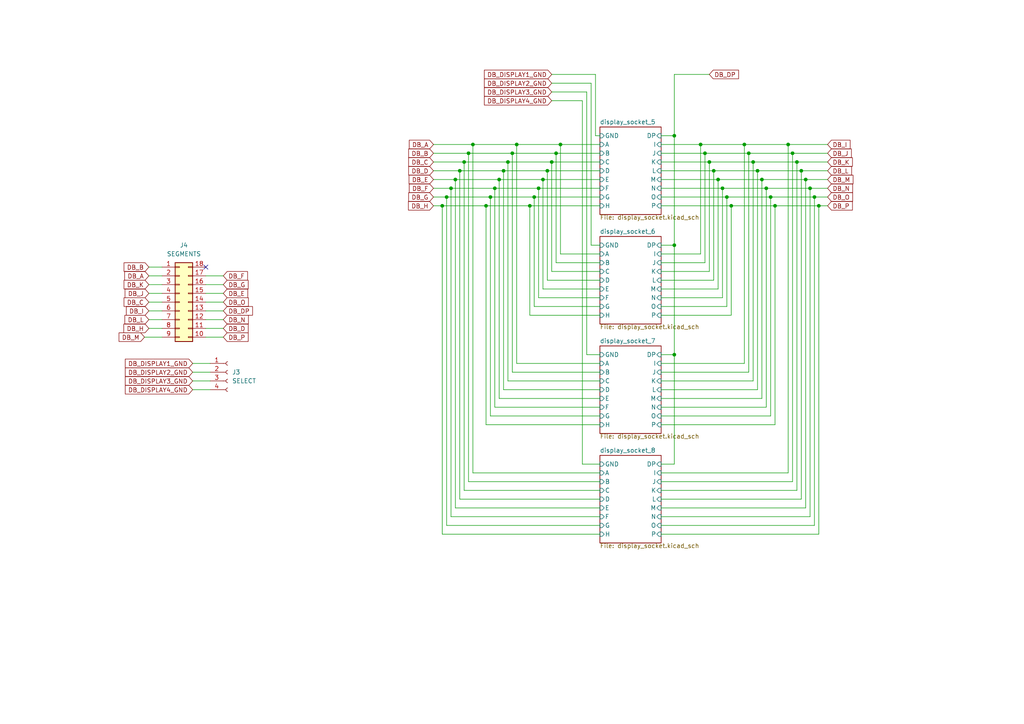
<source format=kicad_sch>
(kicad_sch (version 20230121) (generator eeschema)
  (paper "A4")
  (lib_symbols
    (symbol "Connector:Conn_01x04_Socket" (pin_names (offset 1.016) hide)
      (property "Reference" "J" (at 0 5.08 0))
      (property "Value" "Conn_01x04_Socket" (at 0 -7.62 0))
      (symbol "Conn_01x04_Socket_1_1"
        (arc (start 0 -4.572) (mid -0.5058 -5.08) (end 0 -5.588) (stroke (width 0.1524)))
        (arc (start 0 -2.032) (mid -0.5058 -2.54) (end 0 -3.048) (stroke (width 0.1524)))
        (polyline (pts (xy -1.27 -5.08) (xy -0.508 -5.08)) (stroke (width 0.1524)))
        (polyline (pts (xy -1.27 -2.54) (xy -0.508 -2.54)) (stroke (width 0.1524)))
        (polyline (pts (xy -1.27 0) (xy -0.508 0)) (stroke (width 0.1524)))
        (polyline (pts (xy -1.27 2.54) (xy -0.508 2.54)) (stroke (width 0.1524)))
        (arc (start 0 0.508) (mid -0.5058 0) (end 0 -0.508) (stroke (width 0.1524)))
        (arc (start 0 3.048) (mid -0.5058 2.54) (end 0 2.032) (stroke (width 0.1524)))
        (pin passive line (at -5.08 2.54 0) (length 3.81) (name "Pin_1") (number "1"))
        (pin passive line (at -5.08 0 0) (length 3.81) (name "Pin_2") (number "2"))
        (pin passive line (at -5.08 -2.54 0) (length 3.81) (name "Pin_3") (number "3"))
        (pin passive line (at -5.08 -5.08 0) (length 3.81) (name "Pin_4") (number "4"))
      )
    )
    (symbol "Connector_Generic:Conn_02x09_Counter_Clockwise" (pin_names (offset 1.016) hide)
      (property "Reference" "J" (at 1.27 12.7 0))
      (property "Value" "Conn_02x09_Counter_Clockwise" (at 1.27 -12.7 0))
      (symbol "Conn_02x09_Counter_Clockwise_1_1"
        (rectangle (start -1.27 -10.033) (end 0 -10.287) (stroke (width 0.1524)))
        (rectangle (start -1.27 -7.493) (end 0 -7.747) (stroke (width 0.1524)))
        (rectangle (start -1.27 -4.953) (end 0 -5.207) (stroke (width 0.1524)))
        (rectangle (start -1.27 -2.413) (end 0 -2.667) (stroke (width 0.1524)))
        (rectangle (start -1.27 0.127) (end 0 -0.127) (stroke (width 0.1524)))
        (rectangle (start -1.27 2.667) (end 0 2.413) (stroke (width 0.1524)))
        (rectangle (start -1.27 5.207) (end 0 4.953) (stroke (width 0.1524)))
        (rectangle (start -1.27 7.747) (end 0 7.493) (stroke (width 0.1524)))
        (rectangle (start -1.27 10.287) (end 0 10.033) (stroke (width 0.1524)))
        (rectangle (start -1.27 11.43) (end 3.81 -11.43) (stroke (width 0.254)) (fill (type background)))
        (rectangle (start 3.81 -10.033) (end 2.54 -10.287) (stroke (width 0.1524)))
        (rectangle (start 3.81 -7.493) (end 2.54 -7.747) (stroke (width 0.1524)))
        (rectangle (start 3.81 -4.953) (end 2.54 -5.207) (stroke (width 0.1524)))
        (rectangle (start 3.81 -2.413) (end 2.54 -2.667) (stroke (width 0.1524)))
        (rectangle (start 3.81 0.127) (end 2.54 -0.127) (stroke (width 0.1524)))
        (rectangle (start 3.81 2.667) (end 2.54 2.413) (stroke (width 0.1524)))
        (rectangle (start 3.81 5.207) (end 2.54 4.953) (stroke (width 0.1524)))
        (rectangle (start 3.81 7.747) (end 2.54 7.493) (stroke (width 0.1524)))
        (rectangle (start 3.81 10.287) (end 2.54 10.033) (stroke (width 0.1524)))
        (pin passive line (at -5.08 10.16 0) (length 3.81) (name "Pin_1") (number "1"))
        (pin passive line (at 7.62 -10.16 180) (length 3.81) (name "Pin_10") (number "10"))
        (pin passive line (at 7.62 -7.62 180) (length 3.81) (name "Pin_11") (number "11"))
        (pin passive line (at 7.62 -5.08 180) (length 3.81) (name "Pin_12") (number "12"))
        (pin passive line (at 7.62 -2.54 180) (length 3.81) (name "Pin_13") (number "13"))
        (pin passive line (at 7.62 0 180) (length 3.81) (name "Pin_14") (number "14"))
        (pin passive line (at 7.62 2.54 180) (length 3.81) (name "Pin_15") (number "15"))
        (pin passive line (at 7.62 5.08 180) (length 3.81) (name "Pin_16") (number "16"))
        (pin passive line (at 7.62 7.62 180) (length 3.81) (name "Pin_17") (number "17"))
        (pin passive line (at 7.62 10.16 180) (length 3.81) (name "Pin_18") (number "18"))
        (pin passive line (at -5.08 7.62 0) (length 3.81) (name "Pin_2") (number "2"))
        (pin passive line (at -5.08 5.08 0) (length 3.81) (name "Pin_3") (number "3"))
        (pin passive line (at -5.08 2.54 0) (length 3.81) (name "Pin_4") (number "4"))
        (pin passive line (at -5.08 0 0) (length 3.81) (name "Pin_5") (number "5"))
        (pin passive line (at -5.08 -2.54 0) (length 3.81) (name "Pin_6") (number "6"))
        (pin passive line (at -5.08 -5.08 0) (length 3.81) (name "Pin_7") (number "7"))
        (pin passive line (at -5.08 -7.62 0) (length 3.81) (name "Pin_8") (number "8"))
        (pin passive line (at -5.08 -10.16 0) (length 3.81) (name "Pin_9") (number "9"))
      )
    )
  )
  (junction (at 231.14 46.99))
  (junction (at 224.79 59.69))
  (junction (at 223.52 57.15))
  (junction (at 129.54 57.15))
  (junction (at 149.86 41.91))
  (junction (at 209.55 54.61))
  (junction (at 204.47 44.45))
  (junction (at 215.9 41.91))
  (junction (at 144.78 52.07))
  (junction (at 153.67 59.69))
  (junction (at 134.62 46.99))
  (junction (at 160.02 46.99))
  (junction (at 207.01 49.53))
  (junction (at 195.58 71.12))
  (junction (at 130.81 54.61))
  (junction (at 234.95 54.61))
  (junction (at 219.71 49.53))
  (junction (at 158.75 49.53))
  (junction (at 233.68 52.07))
  (junction (at 157.48 52.07))
  (junction (at 195.58 102.87))
  (junction (at 156.21 54.61))
  (junction (at 133.35 49.53))
  (junction (at 154.94 57.15))
  (junction (at 228.6 41.91))
  (junction (at 232.41 49.53))
  (junction (at 132.08 52.07))
  (junction (at 143.51 54.61))
  (junction (at 146.05 49.53))
  (junction (at 148.59 44.45))
  (junction (at 222.25 54.61))
  (junction (at 218.44 46.99))
  (junction (at 236.22 57.15))
  (junction (at 212.09 59.69))
  (junction (at 203.2 41.91))
  (junction (at 220.98 52.07))
  (junction (at 140.97 59.69))
  (junction (at 229.87 44.45))
  (junction (at 147.32 46.99))
  (junction (at 208.28 52.07))
  (junction (at 237.49 59.69))
  (junction (at 195.58 39.37))
  (junction (at 128.27 59.69))
  (junction (at 135.89 44.45))
  (junction (at 161.29 44.45))
  (junction (at 217.17 44.45))
  (junction (at 142.24 57.15))
  (junction (at 210.82 57.15))
  (junction (at 162.56 41.91))
  (junction (at 205.74 46.99))
  (junction (at 137.16 41.91))
  (no_connect (at 59.69 77.47))
  (wire (pts (xy 220.98 115.57) (xy 220.98 52.07)))
  (wire (pts (xy 237.49 59.69) (xy 240.03 59.69)))
  (wire (pts (xy 43.18 85.09) (xy 46.99 85.09)))
  (wire (pts (xy 154.94 88.9) (xy 173.99 88.9)))
  (wire (pts (xy 191.77 110.49) (xy 218.44 110.49)))
  (wire (pts (xy 219.71 113.03) (xy 219.71 49.53)))
  (wire (pts (xy 148.59 107.95) (xy 148.59 44.45)))
  (wire (pts (xy 195.58 134.62) (xy 195.58 102.87)))
  (wire (pts (xy 191.77 139.7) (xy 229.87 139.7)))
  (wire (pts (xy 171.45 71.12) (xy 173.99 71.12)))
  (wire (pts (xy 195.58 102.87) (xy 195.58 71.12)))
  (wire (pts (xy 43.18 87.63) (xy 46.99 87.63)))
  (wire (pts (xy 157.48 52.07) (xy 173.99 52.07)))
  (wire (pts (xy 191.77 52.07) (xy 208.28 52.07)))
  (wire (pts (xy 128.27 59.69) (xy 140.97 59.69)))
  (wire (pts (xy 191.77 134.62) (xy 195.58 134.62)))
  (wire (pts (xy 153.67 91.44) (xy 153.67 59.69)))
  (wire (pts (xy 133.35 144.78) (xy 133.35 49.53)))
  (wire (pts (xy 140.97 123.19) (xy 173.99 123.19)))
  (wire (pts (xy 191.77 54.61) (xy 209.55 54.61)))
  (wire (pts (xy 125.73 54.61) (xy 130.81 54.61)))
  (wire (pts (xy 171.45 24.13) (xy 171.45 71.12)))
  (wire (pts (xy 144.78 115.57) (xy 144.78 52.07)))
  (wire (pts (xy 60.96 105.41) (xy 55.88 105.41)))
  (wire (pts (xy 162.56 73.66) (xy 162.56 41.91)))
  (wire (pts (xy 212.09 91.44) (xy 212.09 59.69)))
  (wire (pts (xy 237.49 154.94) (xy 237.49 59.69)))
  (wire (pts (xy 191.77 149.86) (xy 234.95 149.86)))
  (wire (pts (xy 220.98 52.07) (xy 233.68 52.07)))
  (wire (pts (xy 59.69 95.25) (xy 64.77 95.25)))
  (wire (pts (xy 191.77 73.66) (xy 203.2 73.66)))
  (wire (pts (xy 153.67 59.69) (xy 173.99 59.69)))
  (wire (pts (xy 231.14 46.99) (xy 218.44 46.99)))
  (wire (pts (xy 148.59 107.95) (xy 173.99 107.95)))
  (wire (pts (xy 60.96 110.49) (xy 55.88 110.49)))
  (wire (pts (xy 203.2 73.66) (xy 203.2 41.91)))
  (wire (pts (xy 228.6 137.16) (xy 228.6 41.91)))
  (wire (pts (xy 59.69 80.01) (xy 64.77 80.01)))
  (wire (pts (xy 43.18 80.01) (xy 46.99 80.01)))
  (wire (pts (xy 215.9 41.91) (xy 203.2 41.91)))
  (wire (pts (xy 191.77 137.16) (xy 228.6 137.16)))
  (wire (pts (xy 191.77 78.74) (xy 205.74 78.74)))
  (wire (pts (xy 191.77 49.53) (xy 207.01 49.53)))
  (wire (pts (xy 191.77 59.69) (xy 212.09 59.69)))
  (wire (pts (xy 191.77 76.2) (xy 204.47 76.2)))
  (wire (pts (xy 191.77 44.45) (xy 204.47 44.45)))
  (wire (pts (xy 231.14 46.99) (xy 240.03 46.99)))
  (wire (pts (xy 156.21 86.36) (xy 156.21 54.61)))
  (wire (pts (xy 43.18 92.71) (xy 46.99 92.71)))
  (wire (pts (xy 232.41 144.78) (xy 232.41 49.53)))
  (wire (pts (xy 232.41 49.53) (xy 219.71 49.53)))
  (wire (pts (xy 224.79 123.19) (xy 224.79 59.69)))
  (wire (pts (xy 158.75 49.53) (xy 173.99 49.53)))
  (wire (pts (xy 191.77 71.12) (xy 195.58 71.12)))
  (wire (pts (xy 134.62 46.99) (xy 147.32 46.99)))
  (wire (pts (xy 125.73 57.15) (xy 129.54 57.15)))
  (wire (pts (xy 147.32 46.99) (xy 160.02 46.99)))
  (wire (pts (xy 191.77 88.9) (xy 210.82 88.9)))
  (wire (pts (xy 132.08 147.32) (xy 173.99 147.32)))
  (wire (pts (xy 234.95 54.61) (xy 240.03 54.61)))
  (wire (pts (xy 161.29 76.2) (xy 173.99 76.2)))
  (wire (pts (xy 222.25 118.11) (xy 222.25 54.61)))
  (wire (pts (xy 134.62 142.24) (xy 134.62 46.99)))
  (wire (pts (xy 125.73 59.69) (xy 128.27 59.69)))
  (wire (pts (xy 158.75 81.28) (xy 158.75 49.53)))
  (wire (pts (xy 142.24 57.15) (xy 154.94 57.15)))
  (wire (pts (xy 228.6 41.91) (xy 215.9 41.91)))
  (wire (pts (xy 46.99 97.79) (xy 41.91 97.79)))
  (wire (pts (xy 143.51 54.61) (xy 156.21 54.61)))
  (wire (pts (xy 146.05 113.03) (xy 173.99 113.03)))
  (wire (pts (xy 43.18 95.25) (xy 46.99 95.25)))
  (wire (pts (xy 157.48 83.82) (xy 173.99 83.82)))
  (wire (pts (xy 229.87 44.45) (xy 217.17 44.45)))
  (wire (pts (xy 209.55 86.36) (xy 209.55 54.61)))
  (wire (pts (xy 191.77 46.99) (xy 205.74 46.99)))
  (wire (pts (xy 191.77 118.11) (xy 222.25 118.11)))
  (wire (pts (xy 154.94 88.9) (xy 154.94 57.15)))
  (wire (pts (xy 143.51 118.11) (xy 143.51 54.61)))
  (wire (pts (xy 191.77 86.36) (xy 209.55 86.36)))
  (wire (pts (xy 191.77 123.19) (xy 224.79 123.19)))
  (wire (pts (xy 146.05 113.03) (xy 146.05 49.53)))
  (wire (pts (xy 215.9 105.41) (xy 215.9 41.91)))
  (wire (pts (xy 233.68 52.07) (xy 240.03 52.07)))
  (wire (pts (xy 234.95 54.61) (xy 222.25 54.61)))
  (wire (pts (xy 236.22 57.15) (xy 236.22 152.4)))
  (wire (pts (xy 59.69 92.71) (xy 64.77 92.71)))
  (wire (pts (xy 191.77 107.95) (xy 217.17 107.95)))
  (wire (pts (xy 154.94 57.15) (xy 173.99 57.15)))
  (wire (pts (xy 172.72 21.59) (xy 160.02 21.59)))
  (wire (pts (xy 173.99 39.37) (xy 172.72 39.37)))
  (wire (pts (xy 59.69 97.79) (xy 64.77 97.79)))
  (wire (pts (xy 142.24 120.65) (xy 173.99 120.65)))
  (wire (pts (xy 191.77 105.41) (xy 215.9 105.41)))
  (wire (pts (xy 125.73 46.99) (xy 134.62 46.99)))
  (wire (pts (xy 158.75 81.28) (xy 173.99 81.28)))
  (wire (pts (xy 168.91 29.21) (xy 168.91 134.62)))
  (wire (pts (xy 156.21 54.61) (xy 173.99 54.61)))
  (wire (pts (xy 172.72 39.37) (xy 172.72 21.59)))
  (wire (pts (xy 232.41 49.53) (xy 240.03 49.53)))
  (wire (pts (xy 224.79 59.69) (xy 212.09 59.69)))
  (wire (pts (xy 162.56 41.91) (xy 173.99 41.91)))
  (wire (pts (xy 218.44 46.99) (xy 205.74 46.99)))
  (wire (pts (xy 125.73 41.91) (xy 137.16 41.91)))
  (wire (pts (xy 137.16 41.91) (xy 149.86 41.91)))
  (wire (pts (xy 191.77 142.24) (xy 231.14 142.24)))
  (wire (pts (xy 191.77 83.82) (xy 208.28 83.82)))
  (wire (pts (xy 149.86 41.91) (xy 162.56 41.91)))
  (wire (pts (xy 43.18 77.47) (xy 46.99 77.47)))
  (wire (pts (xy 133.35 144.78) (xy 173.99 144.78)))
  (wire (pts (xy 133.35 49.53) (xy 146.05 49.53)))
  (wire (pts (xy 129.54 152.4) (xy 129.54 57.15)))
  (wire (pts (xy 191.77 102.87) (xy 195.58 102.87)))
  (wire (pts (xy 59.69 85.09) (xy 64.77 85.09)))
  (wire (pts (xy 43.18 90.17) (xy 46.99 90.17)))
  (wire (pts (xy 237.49 59.69) (xy 224.79 59.69)))
  (wire (pts (xy 134.62 142.24) (xy 173.99 142.24)))
  (wire (pts (xy 195.58 39.37) (xy 195.58 21.59)))
  (wire (pts (xy 55.88 113.03) (xy 60.96 113.03)))
  (wire (pts (xy 160.02 46.99) (xy 173.99 46.99)))
  (wire (pts (xy 191.77 115.57) (xy 220.98 115.57)))
  (wire (pts (xy 233.68 52.07) (xy 233.68 147.32)))
  (wire (pts (xy 130.81 54.61) (xy 143.51 54.61)))
  (wire (pts (xy 128.27 154.94) (xy 128.27 59.69)))
  (wire (pts (xy 43.18 82.55) (xy 46.99 82.55)))
  (wire (pts (xy 217.17 44.45) (xy 204.47 44.45)))
  (wire (pts (xy 125.73 44.45) (xy 135.89 44.45)))
  (wire (pts (xy 204.47 44.45) (xy 204.47 76.2)))
  (wire (pts (xy 191.77 144.78) (xy 232.41 144.78)))
  (wire (pts (xy 170.18 26.67) (xy 170.18 102.87)))
  (wire (pts (xy 228.6 41.91) (xy 240.03 41.91)))
  (wire (pts (xy 148.59 44.45) (xy 161.29 44.45)))
  (wire (pts (xy 218.44 110.49) (xy 218.44 46.99)))
  (wire (pts (xy 140.97 59.69) (xy 153.67 59.69)))
  (wire (pts (xy 168.91 134.62) (xy 173.99 134.62)))
  (wire (pts (xy 229.87 139.7) (xy 229.87 44.45)))
  (wire (pts (xy 143.51 118.11) (xy 173.99 118.11)))
  (wire (pts (xy 219.71 49.53) (xy 207.01 49.53)))
  (wire (pts (xy 137.16 137.16) (xy 173.99 137.16)))
  (wire (pts (xy 191.77 39.37) (xy 195.58 39.37)))
  (wire (pts (xy 191.77 120.65) (xy 223.52 120.65)))
  (wire (pts (xy 128.27 154.94) (xy 173.99 154.94)))
  (wire (pts (xy 144.78 115.57) (xy 173.99 115.57)))
  (wire (pts (xy 217.17 107.95) (xy 217.17 44.45)))
  (wire (pts (xy 220.98 52.07) (xy 208.28 52.07)))
  (wire (pts (xy 160.02 26.67) (xy 170.18 26.67)))
  (wire (pts (xy 146.05 49.53) (xy 158.75 49.53)))
  (wire (pts (xy 59.69 90.17) (xy 64.77 90.17)))
  (wire (pts (xy 125.73 52.07) (xy 132.08 52.07)))
  (wire (pts (xy 234.95 149.86) (xy 234.95 54.61)))
  (wire (pts (xy 191.77 57.15) (xy 210.82 57.15)))
  (wire (pts (xy 160.02 24.13) (xy 171.45 24.13)))
  (wire (pts (xy 160.02 78.74) (xy 173.99 78.74)))
  (wire (pts (xy 229.87 44.45) (xy 240.03 44.45)))
  (wire (pts (xy 223.52 120.65) (xy 223.52 57.15)))
  (wire (pts (xy 222.25 54.61) (xy 209.55 54.61)))
  (wire (pts (xy 59.69 82.55) (xy 64.77 82.55)))
  (wire (pts (xy 195.58 71.12) (xy 195.58 39.37)))
  (wire (pts (xy 60.96 107.95) (xy 55.88 107.95)))
  (wire (pts (xy 129.54 57.15) (xy 142.24 57.15)))
  (wire (pts (xy 149.86 105.41) (xy 149.86 41.91)))
  (wire (pts (xy 135.89 139.7) (xy 173.99 139.7)))
  (wire (pts (xy 207.01 81.28) (xy 207.01 49.53)))
  (wire (pts (xy 130.81 149.86) (xy 173.99 149.86)))
  (wire (pts (xy 223.52 57.15) (xy 236.22 57.15)))
  (wire (pts (xy 129.54 152.4) (xy 173.99 152.4)))
  (wire (pts (xy 191.77 152.4) (xy 236.22 152.4)))
  (wire (pts (xy 140.97 123.19) (xy 140.97 59.69)))
  (wire (pts (xy 191.77 113.03) (xy 219.71 113.03)))
  (wire (pts (xy 125.73 49.53) (xy 133.35 49.53)))
  (wire (pts (xy 137.16 137.16) (xy 137.16 41.91)))
  (wire (pts (xy 147.32 110.49) (xy 147.32 46.99)))
  (wire (pts (xy 157.48 83.82) (xy 157.48 52.07)))
  (wire (pts (xy 170.18 102.87) (xy 173.99 102.87)))
  (wire (pts (xy 149.86 105.41) (xy 173.99 105.41)))
  (wire (pts (xy 135.89 44.45) (xy 148.59 44.45)))
  (wire (pts (xy 231.14 142.24) (xy 231.14 46.99)))
  (wire (pts (xy 153.67 91.44) (xy 173.99 91.44)))
  (wire (pts (xy 147.32 110.49) (xy 173.99 110.49)))
  (wire (pts (xy 144.78 52.07) (xy 157.48 52.07)))
  (wire (pts (xy 142.24 120.65) (xy 142.24 57.15)))
  (wire (pts (xy 160.02 29.21) (xy 168.91 29.21)))
  (wire (pts (xy 132.08 52.07) (xy 144.78 52.07)))
  (wire (pts (xy 223.52 57.15) (xy 210.82 57.15)))
  (wire (pts (xy 191.77 147.32) (xy 233.68 147.32)))
  (wire (pts (xy 191.77 81.28) (xy 207.01 81.28)))
  (wire (pts (xy 210.82 57.15) (xy 210.82 88.9)))
  (wire (pts (xy 156.21 86.36) (xy 173.99 86.36)))
  (wire (pts (xy 161.29 76.2) (xy 161.29 44.45)))
  (wire (pts (xy 205.74 78.74) (xy 205.74 46.99)))
  (wire (pts (xy 132.08 147.32) (xy 132.08 52.07)))
  (wire (pts (xy 236.22 57.15) (xy 240.03 57.15)))
  (wire (pts (xy 191.77 154.94) (xy 237.49 154.94)))
  (wire (pts (xy 162.56 73.66) (xy 173.99 73.66)))
  (wire (pts (xy 130.81 149.86) (xy 130.81 54.61)))
  (wire (pts (xy 191.77 41.91) (xy 203.2 41.91)))
  (wire (pts (xy 135.89 139.7) (xy 135.89 44.45)))
  (wire (pts (xy 59.69 87.63) (xy 64.77 87.63)))
  (wire (pts (xy 161.29 44.45) (xy 173.99 44.45)))
  (wire (pts (xy 191.77 91.44) (xy 212.09 91.44)))
  (wire (pts (xy 195.58 21.59) (xy 205.74 21.59)))
  (wire (pts (xy 160.02 78.74) (xy 160.02 46.99)))
  (wire (pts (xy 208.28 52.07) (xy 208.28 83.82)))
  (global_label "DB_D" (shape input) (at 64.77 95.25 0) (property "Intersheetrefs" "${INTERSHEET_REFS}" (effects hide)))
  (global_label "DB_K" (shape input) (at 240.03 46.99 0) (property "Intersheetrefs" "${INTERSHEET_REFS}" (effects hide)))
  (global_label "DB_DISPLAY4_GND" (shape input) (at 160.02 29.21 180) (property "Intersheetrefs" "${INTERSHEET_REFS}" (effects hide)))
  (global_label "DB_C" (shape input) (at 125.73 46.99 180) (property "Intersheetrefs" "${INTERSHEET_REFS}" (effects hide)))
  (global_label "DB_K" (shape input) (at 43.18 82.55 180) (property "Intersheetrefs" "${INTERSHEET_REFS}" (effects hide)))
  (global_label "DB_DISPLAY2_GND" (shape input) (at 55.88 107.95 180) (property "Intersheetrefs" "${INTERSHEET_REFS}" (effects hide)))
  (global_label "DB_P" (shape input) (at 64.77 97.79 0) (property "Intersheetrefs" "${INTERSHEET_REFS}" (effects hide)))
  (global_label "DB_A" (shape input) (at 43.18 80.01 180) (property "Intersheetrefs" "${INTERSHEET_REFS}" (effects hide)))
  (global_label "DB_H" (shape input) (at 43.18 95.25 180) (property "Intersheetrefs" "${INTERSHEET_REFS}" (effects hide)))
  (global_label "DB_C" (shape input) (at 43.18 87.63 180) (property "Intersheetrefs" "${INTERSHEET_REFS}" (effects hide)))
  (global_label "DB_DISPLAY2_GND" (shape input) (at 160.02 24.13 180) (property "Intersheetrefs" "${INTERSHEET_REFS}" (effects hide)))
  (global_label "DB_O" (shape input) (at 240.03 57.15 0) (property "Intersheetrefs" "${INTERSHEET_REFS}" (effects hide)))
  (global_label "DB_N" (shape input) (at 64.77 92.71 0) (property "Intersheetrefs" "${INTERSHEET_REFS}" (effects hide)))
  (global_label "DB_H" (shape input) (at 125.73 59.69 180) (property "Intersheetrefs" "${INTERSHEET_REFS}" (effects hide)))
  (global_label "DB_I" (shape input) (at 240.03 41.91 0) (property "Intersheetrefs" "${INTERSHEET_REFS}" (effects hide)))
  (global_label "DB_B" (shape input) (at 43.18 77.47 180) (property "Intersheetrefs" "${INTERSHEET_REFS}" (effects hide)))
  (global_label "DB_B" (shape input) (at 125.73 44.45 180) (property "Intersheetrefs" "${INTERSHEET_REFS}" (effects hide)))
  (global_label "DB_P" (shape input) (at 240.03 59.69 0) (property "Intersheetrefs" "${INTERSHEET_REFS}" (effects hide)))
  (global_label "DB_DISPLAY4_GND" (shape input) (at 55.88 113.03 180) (property "Intersheetrefs" "${INTERSHEET_REFS}" (effects hide)))
  (global_label "DB_D" (shape input) (at 125.73 49.53 180) (property "Intersheetrefs" "${INTERSHEET_REFS}" (effects hide)))
  (global_label "DB_M" (shape input) (at 41.91 97.79 180) (property "Intersheetrefs" "${INTERSHEET_REFS}" (effects hide)))
  (global_label "DB_J" (shape input) (at 43.18 85.09 180) (property "Intersheetrefs" "${INTERSHEET_REFS}" (effects hide)))
  (global_label "DB_DISPLAY3_GND" (shape input) (at 160.02 26.67 180) (property "Intersheetrefs" "${INTERSHEET_REFS}" (effects hide)))
  (global_label "DB_L" (shape input) (at 240.03 49.53 0) (property "Intersheetrefs" "${INTERSHEET_REFS}" (effects hide)))
  (global_label "DB_L" (shape input) (at 43.18 92.71 180) (property "Intersheetrefs" "${INTERSHEET_REFS}" (effects hide)))
  (global_label "DB_DISPLAY3_GND" (shape input) (at 55.88 110.49 180) (property "Intersheetrefs" "${INTERSHEET_REFS}" (effects hide)))
  (global_label "DB_DISPLAY1_GND" (shape input) (at 55.88 105.41 180) (property "Intersheetrefs" "${INTERSHEET_REFS}" (effects hide)))
  (global_label "DB_G" (shape input) (at 125.73 57.15 180) (property "Intersheetrefs" "${INTERSHEET_REFS}" (effects hide)))
  (global_label "DB_DP" (shape input) (at 205.74 21.59 0) (property "Intersheetrefs" "${INTERSHEET_REFS}" (effects hide)))
  (global_label "DB_N" (shape input) (at 240.03 54.61 0) (property "Intersheetrefs" "${INTERSHEET_REFS}" (effects hide)))
  (global_label "DB_O" (shape input) (at 64.77 87.63 0) (property "Intersheetrefs" "${INTERSHEET_REFS}" (effects hide)))
  (global_label "DB_E" (shape input) (at 64.77 85.09 0) (property "Intersheetrefs" "${INTERSHEET_REFS}" (effects hide)))
  (global_label "DB_A" (shape input) (at 125.73 41.91 180) (property "Intersheetrefs" "${INTERSHEET_REFS}" (effects hide)))
  (global_label "DB_M" (shape input) (at 240.03 52.07 0) (property "Intersheetrefs" "${INTERSHEET_REFS}" (effects hide)))
  (global_label "DB_I" (shape input) (at 43.18 90.17 180) (property "Intersheetrefs" "${INTERSHEET_REFS}" (effects hide)))
  (global_label "DB_F" (shape input) (at 64.77 80.01 0) (property "Intersheetrefs" "${INTERSHEET_REFS}" (effects hide)))
  (global_label "DB_DP" (shape input) (at 64.77 90.17 0) (property "Intersheetrefs" "${INTERSHEET_REFS}" (effects hide)))
  (global_label "DB_F" (shape input) (at 125.73 54.61 180) (property "Intersheetrefs" "${INTERSHEET_REFS}" (effects hide)))
  (global_label "DB_E" (shape input) (at 125.73 52.07 180) (property "Intersheetrefs" "${INTERSHEET_REFS}" (effects hide)))
  (global_label "DB_J" (shape input) (at 240.03 44.45 0) (property "Intersheetrefs" "${INTERSHEET_REFS}" (effects hide)))
  (global_label "DB_G" (shape input) (at 64.77 82.55 0) (property "Intersheetrefs" "${INTERSHEET_REFS}" (effects hide)))
  (global_label "DB_DISPLAY1_GND" (shape input) (at 160.02 21.59 180) (property "Intersheetrefs" "${INTERSHEET_REFS}" (effects hide)))
  (symbol (lib_id "Connector:Conn_01x04_Socket") (at 66.04 107.95 0) (unit 1)
    (property "Reference" "J3" (at 67.31 107.95 0) (effects (justify left)))
    (property "Value" "SELECT" (at 67.31 110.49 0) (effects (justify left)))
    (property "Footprint" "Connector_PinSocket_2.54mm:PinSocket_1x04_P2.54mm_Vertical_SMD_Pin1Left" (effects hide))
  )
  (symbol (lib_id "Connector_Generic:Conn_02x09_Counter_Clockwise") (at 52.07 87.63 0) (unit 1)
    (property "Reference" "J4" (at 53.34 71.12 0))
    (property "Value" "SEGMENTS" (at 53.34 73.66 0))
    (property "Footprint" "Connector_PinHeader_2.54mm:PinHeader_2x09_P2.54mm_Vertical" (effects hide))
  )
  (sheet (at 173.99 68.58) (size 17.78 25.4) (stroke (width 0.1524))
    (property "Sheetname" "display_socket_6" (at 173.99 67.8684 0) (effects (justify left bottom)))
    (property "Sheetfile" "display_socket.kicad_sch" (at 173.99 94.0566 0) (effects (justify left top)))
    (pin "K" input (at 191.77 78.74 0))
    (pin "B" input (at 173.99 76.2 180))
    (pin "C" input (at 173.99 78.74 180))
    (pin "GND" input (at 173.99 71.12 180))
    (pin "E" input (at 173.99 83.82 180))
    (pin "D" input (at 173.99 81.28 180))
    (pin "DP" input (at 191.77 71.12 0))
    (pin "M" input (at 191.77 83.82 0))
    (pin "L" input (at 191.77 81.28 0))
    (pin "P" input (at 191.77 91.44 0))
    (pin "O" input (at 191.77 88.9 0))
    (pin "N" input (at 191.77 86.36 0))
    (pin "A" input (at 173.99 73.66 180))
    (pin "J" input (at 191.77 76.2 0))
    (pin "H" input (at 173.99 91.44 180))
    (pin "I" input (at 191.77 73.66 0))
    (pin "F" input (at 173.99 86.36 180))
    (pin "G" input (at 173.99 88.9 180))
  )
  (sheet (at 173.99 36.83) (size 17.78 25.4) (stroke (width 0.1524))
    (property "Sheetname" "display_socket_5" (at 173.99 36.1184 0) (effects (justify left bottom)))
    (property "Sheetfile" "display_socket.kicad_sch" (at 173.99 62.3066 0) (effects (justify left top)))
    (pin "K" input (at 191.77 46.99 0))
    (pin "B" input (at 173.99 44.45 180))
    (pin "C" input (at 173.99 46.99 180))
    (pin "GND" input (at 173.99 39.37 180))
    (pin "E" input (at 173.99 52.07 180))
    (pin "D" input (at 173.99 49.53 180))
    (pin "DP" input (at 191.77 39.37 0))
    (pin "M" input (at 191.77 52.07 0))
    (pin "L" input (at 191.77 49.53 0))
    (pin "P" input (at 191.77 59.69 0))
    (pin "O" input (at 191.77 57.15 0))
    (pin "N" input (at 191.77 54.61 0))
    (pin "A" input (at 173.99 41.91 180))
    (pin "J" input (at 191.77 44.45 0))
    (pin "H" input (at 173.99 59.69 180))
    (pin "I" input (at 191.77 41.91 0))
    (pin "F" input (at 173.99 54.61 180))
    (pin "G" input (at 173.99 57.15 180))
  )
  (sheet (at 173.99 100.33) (size 17.78 25.4) (stroke (width 0.1524))
    (property "Sheetname" "display_socket_7" (at 173.99 99.6184 0) (effects (justify left bottom)))
    (property "Sheetfile" "display_socket.kicad_sch" (at 173.99 125.8066 0) (effects (justify left top)))
    (pin "K" input (at 191.77 110.49 0))
    (pin "B" input (at 173.99 107.95 180))
    (pin "C" input (at 173.99 110.49 180))
    (pin "GND" input (at 173.99 102.87 180))
    (pin "E" input (at 173.99 115.57 180))
    (pin "D" input (at 173.99 113.03 180))
    (pin "DP" input (at 191.77 102.87 0))
    (pin "M" input (at 191.77 115.57 0))
    (pin "L" input (at 191.77 113.03 0))
    (pin "P" input (at 191.77 123.19 0))
    (pin "O" input (at 191.77 120.65 0))
    (pin "N" input (at 191.77 118.11 0))
    (pin "A" input (at 173.99 105.41 180))
    (pin "J" input (at 191.77 107.95 0))
    (pin "H" input (at 173.99 123.19 180))
    (pin "I" input (at 191.77 105.41 0))
    (pin "F" input (at 173.99 118.11 180))
    (pin "G" input (at 173.99 120.65 180))
  )
  (sheet (at 173.99 132.08) (size 17.78 25.4) (stroke (width 0.1524))
    (property "Sheetname" "display_socket_8" (at 173.99 131.3684 0) (effects (justify left bottom)))
    (property "Sheetfile" "display_socket.kicad_sch" (at 173.99 157.5566 0) (effects (justify left top)))
    (pin "K" input (at 191.77 142.24 0))
    (pin "B" input (at 173.99 139.7 180))
    (pin "C" input (at 173.99 142.24 180))
    (pin "GND" input (at 173.99 134.62 180))
    (pin "E" input (at 173.99 147.32 180))
    (pin "D" input (at 173.99 144.78 180))
    (pin "DP" input (at 191.77 134.62 0))
    (pin "M" input (at 191.77 147.32 0))
    (pin "L" input (at 191.77 144.78 0))
    (pin "P" input (at 191.77 154.94 0))
    (pin "O" input (at 191.77 152.4 0))
    (pin "N" input (at 191.77 149.86 0))
    (pin "A" input (at 173.99 137.16 180))
    (pin "J" input (at 191.77 139.7 0))
    (pin "H" input (at 173.99 154.94 180))
    (pin "I" input (at 191.77 137.16 0))
    (pin "F" input (at 173.99 149.86 180))
    (pin "G" input (at 173.99 152.4 180))
  )
)
</source>
